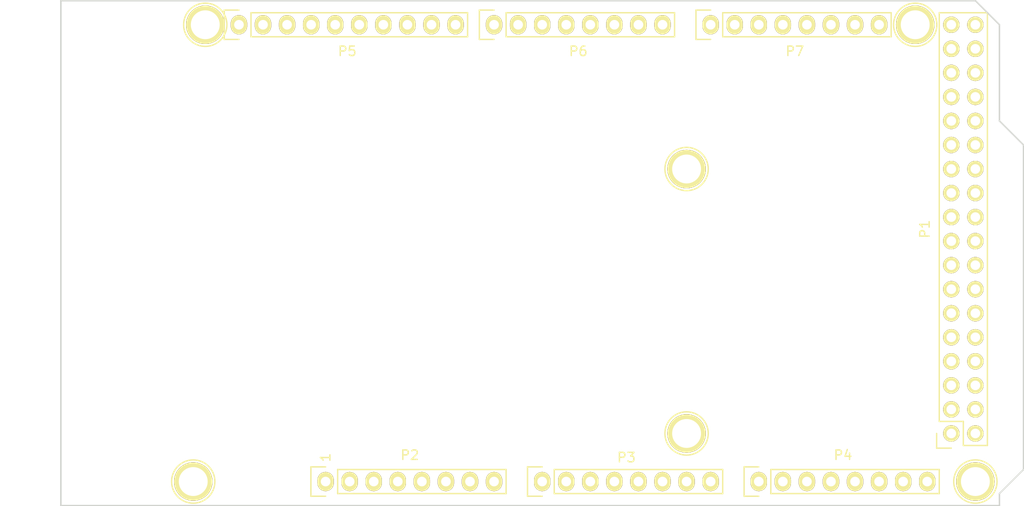
<source format=kicad_pcb>
(kicad_pcb (version 20221018) (generator pcbnew)
  (title_block (date "mar. 31 mars 2015"))
  (layers (0 "F.Cu" signal) (31 "B.Cu" signal) (34 "B.Paste" user) (35 "F.Paste" user) (36 "B.SilkS" user "B.Silkscreen") (37 "F.SilkS" user "F.Silkscreen") (38 "B.Mask" user) (39 "F.Mask" user) (44 "Edge.Cuts" user))
  (net 0 "")
  (net 1 "GND")
  (net 2 "/52(SCK)")
  (net 3 "/53(SS)")
  (net 4 "/50(MISO)")
  (net 5 "/51(MOSI)")
  (net 6 "/48")
  (net 7 "/49")
  (net 8 "/46")
  (net 9 "/47")
  (net 10 "/44")
  (net 11 "/45")
  (net 12 "/42")
  (net 13 "/43")
  (net 14 "/40")
  (net 15 "/41")
  (net 16 "/38")
  (net 17 "/39")
  (net 18 "/36")
  (net 19 "/37")
  (net 20 "/34")
  (net 21 "/35")
  (net 22 "/32")
  (net 23 "/33")
  (net 24 "/30")
  (net 25 "/31")
  (net 26 "/28")
  (net 27 "/29")
  (net 28 "/26")
  (net 29 "/27")
  (net 30 "/24")
  (net 31 "/25")
  (net 32 "/22")
  (net 33 "/23")
  (net 34 "+5V")
  (net 35 "/IOREF")
  (net 36 "/Reset")
  (net 37 "/Vin")
  (net 38 "/A0")
  (net 39 "/A1")
  (net 40 "/A2")
  (net 41 "/A3")
  (net 42 "/A4")
  (net 43 "/A5")
  (net 44 "/A6")
  (net 45 "/A7")
  (net 46 "/A8")
  (net 47 "/A9")
  (net 48 "/A10")
  (net 49 "/A11")
  (net 50 "/A12")
  (net 51 "/A13")
  (net 52 "/A14")
  (net 53 "/A15")
  (net 54 "/SCL")
  (net 55 "/SDA")
  (net 56 "/AREF")
  (net 57 "/13(**)")
  (net 58 "/12(**)")
  (net 59 "/11(**)")
  (net 60 "/10(**)")
  (net 61 "/9(**)")
  (net 62 "/8(**)")
  (net 63 "/7(**)")
  (net 64 "/6(**)")
  (net 65 "/5(**)")
  (net 66 "/4(**)")
  (net 67 "/3(**)")
  (net 68 "/2(**)")
  (net 69 "/20(SDA)")
  (net 70 "/21(SCL)")
  (net 71 "Net-(P8-Pad1)")
  (net 72 "Net-(P9-Pad1)")
  (net 73 "Net-(P10-Pad1)")
  (net 74 "Net-(P11-Pad1)")
  (net 75 "Net-(P12-Pad1)")
  (net 76 "Net-(P13-Pad1)")
  (net 77 "Net-(P2-Pad1)")
  (net 78 "+3V3")
  (net 79 "/1(Tx0)")
  (net 80 "/0(Rx0)")
  (net 81 "/14(Tx3)")
  (net 82 "/15(Rx3)")
  (net 83 "/16(Tx2)")
  (net 84 "/17(Rx2)")
  (net 85 "/18(Tx1)")
  (net 86 "/19(Rx1)")
  (footprint "Socket_Arduino_Mega:Socket_Strip_Arduino_2x18" (layer "F.Cu") (at 197.358 114.046 90)
    (fp_text reference "P1" (at 21.59 -2.794 90) (layer "F.SilkS"))
    (fp_text value "Digital")
    (fp_line (start -1.55 -1.55) (end -1.55 0) (stroke (width 0.15)) (layer "F.SilkS"))
    (fp_line (start -1.27 1.27) (end 1.27 1.27) (stroke (width 0.15)) (layer "F.SilkS"))
    (fp_line (start -1.27 3.81) (end -1.27 1.27) (stroke (width 0.15)) (layer "F.SilkS"))
    (fp_line (start -1.27 3.81) (end 44.45 3.81) (stroke (width 0.15)) (layer "F.SilkS"))
    (fp_line (start 0 -1.55) (end -1.55 -1.55) (stroke (width 0.15)) (layer "F.SilkS"))
    (fp_line (start 1.27 1.27) (end 1.27 -1.27) (stroke (width 0.15)) (layer "F.SilkS"))
    (fp_line (start 44.45 -1.27) (end 1.27 -1.27) (stroke (width 0.15)) (layer "F.SilkS"))
    (fp_line (start 44.45 3.81) (end 44.45 -1.27) (stroke (width 0.15)) (layer "F.SilkS"))
    (pad "1" thru_hole circle locked (at 0 0 90) (size 1.7272 1.7272) (drill 1.016) (layers "*.Cu" "*.Mask" "F.SilkS") (net 1 "GND"))
    (pad "2" thru_hole oval locked (at 0 2.54 90) (size 1.7272 1.7272) (drill 1.016) (layers "*.Cu" "*.Mask" "F.SilkS") (net 1 "GND"))
    (pad "3" thru_hole oval locked (at 2.54 0 90) (size 1.7272 1.7272) (drill 1.016) (layers "*.Cu" "*.Mask" "F.SilkS") (net 2 "/52(SCK)"))
    (pad "4" thru_hole oval locked (at 2.54 2.54 90) (size 1.7272 1.7272) (drill 1.016) (layers "*.Cu" "*.Mask" "F.SilkS") (net 3 "/53(SS)"))
    (pad "5" thru_hole oval locked (at 5.08 0 90) (size 1.7272 1.7272) (drill 1.016) (layers "*.Cu" "*.Mask" "F.SilkS") (net 4 "/50(MISO)"))
    (pad "6" thru_hole oval locked (at 5.08 2.54 90) (size 1.7272 1.7272) (drill 1.016) (layers "*.Cu" "*.Mask" "F.SilkS") (net 5 "/51(MOSI)"))
    (pad "7" thru_hole oval locked (at 7.62 0 90) (size 1.7272 1.7272) (drill 1.016) (layers "*.Cu" "*.Mask" "F.SilkS") (net 6 "/48"))
    (pad "8" thru_hole oval locked (at 7.62 2.54 90) (size 1.7272 1.7272) (drill 1.016) (layers "*.Cu" "*.Mask" "F.SilkS") (net 7 "/49"))
    (pad "9" thru_hole oval locked (at 10.16 0 90) (size 1.7272 1.7272) (drill 1.016) (layers "*.Cu" "*.Mask" "F.SilkS") (net 8 "/46"))
    (pad "10" thru_hole oval locked (at 10.16 2.54 90) (size 1.7272 1.7272) (drill 1.016) (layers "*.Cu" "*.Mask" "F.SilkS") (net 9 "/47"))
    (pad "11" thru_hole oval locked (at 12.7 0 90) (size 1.7272 1.7272) (drill 1.016) (layers "*.Cu" "*.Mask" "F.SilkS") (net 10 "/44"))
    (pad "12" thru_hole oval locked (at 12.7 2.54 90) (size 1.7272 1.7272) (drill 1.016) (layers "*.Cu" "*.Mask" "F.SilkS") (net 11 "/45"))
    (pad "13" thru_hole oval locked (at 15.24 0 90) (size 1.7272 1.7272) (drill 1.016) (layers "*.Cu" "*.Mask" "F.SilkS") (net 12 "/42"))
    (pad "14" thru_hole oval locked (at 15.24 2.54 90) (size 1.7272 1.7272) (drill 1.016) (layers "*.Cu" "*.Mask" "F.SilkS") (net 13 "/43"))
    (pad "15" thru_hole oval locked (at 17.78 0 90) (size 1.7272 1.7272) (drill 1.016) (layers "*.Cu" "*.Mask" "F.SilkS") (net 14 "/40"))
    (pad "16" thru_hole oval locked (at 17.78 2.54 90) (size 1.7272 1.7272) (drill 1.016) (layers "*.Cu" "*.Mask" "F.SilkS") (net 15 "/41"))
    (pad "17" thru_hole oval locked (at 20.32 0 90) (size 1.7272 1.7272) (drill 1.016) (layers "*.Cu" "*.Mask" "F.SilkS") (net 16 "/38"))
    (pad "18" thru_hole oval locked (at 20.32 2.54 90) (size 1.7272 1.7272) (drill 1.016) (layers "*.Cu" "*.Mask" "F.SilkS") (net 17 "/39"))
    (pad "19" thru_hole oval locked (at 22.86 0 90) (size 1.7272 1.7272) (drill 1.016) (layers "*.Cu" "*.Mask" "F.SilkS") (net 18 "/36"))
    (pad "20" thru_hole oval locked (at 22.86 2.54 90) (size 1.7272 1.7272) (drill 1.016) (layers "*.Cu" "*.Mask" "F.SilkS") (net 19 "/37"))
    (pad "21" thru_hole oval locked (at 25.4 0 90) (size 1.7272 1.7272) (drill 1.016) (layers "*.Cu" "*.Mask" "F.SilkS") (net 20 "/34"))
    (pad "22" thru_hole oval locked (at 25.4 2.54 90) (size 1.7272 1.7272) (drill 1.016) (layers "*.Cu" "*.Mask" "F.SilkS") (net 21 "/35"))
    (pad "23" thru_hole oval locked (at 27.94 0 90) (size 1.7272 1.7272) (drill 1.016) (layers "*.Cu" "*.Mask" "F.SilkS") (net 22 "/32"))
    (pad "24" thru_hole oval locked (at 27.94 2.54 90) (size 1.7272 1.7272) (drill 1.016) (layers "*.Cu" "*.Mask" "F.SilkS") (net 23 "/33"))
    (pad "25" thru_hole oval locked (at 30.48 0 90) (size 1.7272 1.7272) (drill 1.016) (layers "*.Cu" "*.Mask" "F.SilkS") (net 24 "/30"))
    (pad "26" thru_hole oval locked (at 30.48 2.54 90) (size 1.7272 1.7272) (drill 1.016) (layers "*.Cu" "*.Mask" "F.SilkS") (net 25 "/31"))
    (pad "27" thru_hole oval locked (at 33.02 0 90) (size 1.7272 1.7272) (drill 1.016) (layers "*.Cu" "*.Mask" "F.SilkS") (net 26 "/28"))
    (pad "28" thru_hole oval locked (at 33.02 2.54 90) (size 1.7272 1.7272) (drill 1.016) (layers "*.Cu" "*.Mask" "F.SilkS") (net 27 "/29"))
    (pad "29" thru_hole oval locked (at 35.56 0 90) (size 1.7272 1.7272) (drill 1.016) (layers "*.Cu" "*.Mask" "F.SilkS") (net 28 "/26"))
    (pad "30" thru_hole oval locked (at 35.56 2.54 90) (size 1.7272 1.7272) (drill 1.016) (layers "*.Cu" "*.Mask" "F.SilkS") (net 29 "/27"))
    (pad "31" thru_hole oval locked (at 38.1 0 90) (size 1.7272 1.7272) (drill 1.016) (layers "*.Cu" "*.Mask" "F.SilkS") (net 30 "/24"))
    (pad "32" thru_hole oval locked (at 38.1 2.54 90) (size 1.7272 1.7272) (drill 1.016) (layers "*.Cu" "*.Mask" "F.SilkS") (net 31 "/25"))
    (pad "33" thru_hole oval locked (at 40.64 0 90) (size 1.7272 1.7272) (drill 1.016) (layers "*.Cu" "*.Mask" "F.SilkS") (net 32 "/22"))
    (pad "34" thru_hole oval locked (at 40.64 2.54 90) (size 1.7272 1.7272) (drill 1.016) (layers "*.Cu" "*.Mask" "F.SilkS") (net 33 "/23"))
    (pad "35" thru_hole oval locked (at 43.18 0 90) (size 1.7272 1.7272) (drill 1.016) (layers "*.Cu" "*.Mask" "F.SilkS") (net 34 "+5V"))
    (pad "36" thru_hole oval locked (at 43.18 2.54 90) (size 1.7272 1.7272) (drill 1.016) (layers "*.Cu" "*.Mask" "F.SilkS") (net 34 "+5V"))
  )
  (footprint "Socket_Arduino_Mega:Socket_Strip_Arduino_1x08" (layer "F.Cu") (at 131.318 119.126)
    (fp_text reference "P2" (at 8.89 -2.794) (layer "F.SilkS"))
    (fp_text value "Power")
    (fp_line (start -1.55 -1.55) (end -1.55 1.55) (stroke (width 0.15)) (layer "F.SilkS"))
    (fp_line (start -1.55 1.55) (end 0 1.55) (stroke (width 0.15)) (layer "F.SilkS"))
    (fp_line (start 0 -1.55) (end -1.55 -1.55) (stroke (width 0.15)) (layer "F.SilkS"))
    (fp_line (start 1.27 1.27) (end 1.27 -1.27) (stroke (width 0.15)) (layer "F.SilkS"))
    (fp_line (start 1.27 1.27) (end 19.05 1.27) (stroke (width 0.15)) (layer "F.SilkS"))
    (fp_line (start 19.05 -1.27) (end 1.27 -1.27) (stroke (width 0.15)) (layer "F.SilkS"))
    (fp_line (start 19.05 1.27) (end 19.05 -1.27) (stroke (width 0.15)) (layer "F.SilkS"))
    (pad "1" thru_hole oval locked (at 0 0) (size 1.7272 2.032) (drill 1.016) (layers "*.Cu" "*.Mask" "F.SilkS") (net 77 "Net-(P2-Pad1)"))
    (pad "2" thru_hole oval locked (at 2.54 0) (size 1.7272 2.032) (drill 1.016) (layers "*.Cu" "*.Mask" "F.SilkS") (net 35 "/IOREF"))
    (pad "3" thru_hole oval locked (at 5.08 0) (size 1.7272 2.032) (drill 1.016) (layers "*.Cu" "*.Mask" "F.SilkS") (net 36 "/Reset"))
    (pad "4" thru_hole oval locked (at 7.62 0) (size 1.7272 2.032) (drill 1.016) (layers "*.Cu" "*.Mask" "F.SilkS") (net 78 "+3V3"))
    (pad "5" thru_hole oval locked (at 10.16 0) (size 1.7272 2.032) (drill 1.016) (layers "*.Cu" "*.Mask" "F.SilkS") (net 34 "+5V"))
    (pad "6" thru_hole oval locked (at 12.7 0) (size 1.7272 2.032) (drill 1.016) (layers "*.Cu" "*.Mask" "F.SilkS") (net 1 "GND"))
    (pad "7" thru_hole oval locked (at 15.24 0) (size 1.7272 2.032) (drill 1.016) (layers "*.Cu" "*.Mask" "F.SilkS") (net 1 "GND"))
    (pad "8" thru_hole oval locked (at 17.78 0) (size 1.7272 2.032) (drill 1.016) (layers "*.Cu" "*.Mask" "F.SilkS") (net 37 "/Vin"))
  )
  (footprint "Socket_Arduino_Mega:Socket_Strip_Arduino_1x08" (layer "F.Cu") (at 154.178 119.126)
    (fp_text reference "P3" (at 8.89 -2.54) (layer "F.SilkS"))
    (fp_text value "Analog")
    (fp_line (start -1.55 -1.55) (end -1.55 1.55) (stroke (width 0.15)) (layer "F.SilkS"))
    (fp_line (start -1.55 1.55) (end 0 1.55) (stroke (width 0.15)) (layer "F.SilkS"))
    (fp_line (start 0 -1.55) (end -1.55 -1.55) (stroke (width 0.15)) (layer "F.SilkS"))
    (fp_line (start 1.27 1.27) (end 1.27 -1.27) (stroke (width 0.15)) (layer "F.SilkS"))
    (fp_line (start 1.27 1.27) (end 19.05 1.27) (stroke (width 0.15)) (layer "F.SilkS"))
    (fp_line (start 19.05 -1.27) (end 1.27 -1.27) (stroke (width 0.15)) (layer "F.SilkS"))
    (fp_line (start 19.05 1.27) (end 19.05 -1.27) (stroke (width 0.15)) (layer "F.SilkS"))
    (pad "1" thru_hole oval locked (at 0 0) (size 1.7272 2.032) (drill 1.016) (layers "*.Cu" "*.Mask" "F.SilkS") (net 38 "/A0"))
    (pad "2" thru_hole oval locked (at 2.54 0) (size 1.7272 2.032) (drill 1.016) (layers "*.Cu" "*.Mask" "F.SilkS") (net 39 "/A1"))
    (pad "3" thru_hole oval locked (at 5.08 0) (size 1.7272 2.032) (drill 1.016) (layers "*.Cu" "*.Mask" "F.SilkS") (net 40 "/A2"))
    (pad "4" thru_hole oval locked (at 7.62 0) (size 1.7272 2.032) (drill 1.016) (layers "*.Cu" "*.Mask" "F.SilkS") (net 41 "/A3"))
    (pad "5" thru_hole oval locked (at 10.16 0) (size 1.7272 2.032) (drill 1.016) (layers "*.Cu" "*.Mask" "F.SilkS") (net 42 "/A4"))
    (pad "6" thru_hole oval locked (at 12.7 0) (size 1.7272 2.032) (drill 1.016) (layers "*.Cu" "*.Mask" "F.SilkS") (net 43 "/A5"))
    (pad "7" thru_hole oval locked (at 15.24 0) (size 1.7272 2.032) (drill 1.016) (layers "*.Cu" "*.Mask" "F.SilkS") (net 44 "/A6"))
    (pad "8" thru_hole oval locked (at 17.78 0) (size 1.7272 2.032) (drill 1.016) (layers "*.Cu" "*.Mask" "F.SilkS") (net 45 "/A7"))
  )
  (footprint "Socket_Arduino_Mega:Socket_Strip_Arduino_1x08" (layer "F.Cu") (at 177.038 119.126)
    (fp_text reference "P4" (at 8.89 -2.794) (layer "F.SilkS"))
    (fp_text value "Analog")
    (fp_line (start -1.55 -1.55) (end -1.55 1.55) (stroke (width 0.15)) (layer "F.SilkS"))
    (fp_line (start -1.55 1.55) (end 0 1.55) (stroke (width 0.15)) (layer "F.SilkS"))
    (fp_line (start 0 -1.55) (end -1.55 -1.55) (stroke (width 0.15)) (layer "F.SilkS"))
    (fp_line (start 1.27 1.27) (end 1.27 -1.27) (stroke (width 0.15)) (layer "F.SilkS"))
    (fp_line (start 1.27 1.27) (end 19.05 1.27) (stroke (width 0.15)) (layer "F.SilkS"))
    (fp_line (start 19.05 -1.27) (end 1.27 -1.27) (stroke (width 0.15)) (layer "F.SilkS"))
    (fp_line (start 19.05 1.27) (end 19.05 -1.27) (stroke (width 0.15)) (layer "F.SilkS"))
    (pad "1" thru_hole oval locked (at 0 0) (size 1.7272 2.032) (drill 1.016) (layers "*.Cu" "*.Mask" "F.SilkS") (net 46 "/A8"))
    (pad "2" thru_hole oval locked (at 2.54 0) (size 1.7272 2.032) (drill 1.016) (layers "*.Cu" "*.Mask" "F.SilkS") (net 47 "/A9"))
    (pad "3" thru_hole oval locked (at 5.08 0) (size 1.7272 2.032) (drill 1.016) (layers "*.Cu" "*.Mask" "F.SilkS") (net 48 "/A10"))
    (pad "4" thru_hole oval locked (at 7.62 0) (size 1.7272 2.032) (drill 1.016) (layers "*.Cu" "*.Mask" "F.SilkS") (net 49 "/A11"))
    (pad "5" thru_hole oval locked (at 10.16 0) (size 1.7272 2.032) (drill 1.016) (layers "*.Cu" "*.Mask" "F.SilkS") (net 50 "/A12"))
    (pad "6" thru_hole oval locked (at 12.7 0) (size 1.7272 2.032) (drill 1.016) (layers "*.Cu" "*.Mask" "F.SilkS") (net 51 "/A13"))
    (pad "7" thru_hole oval locked (at 15.24 0) (size 1.7272 2.032) (drill 1.016) (layers "*.Cu" "*.Mask" "F.SilkS") (net 52 "/A14"))
    (pad "8" thru_hole oval locked (at 17.78 0) (size 1.7272 2.032) (drill 1.016) (layers "*.Cu" "*.Mask" "F.SilkS") (net 53 "/A15"))
  )
  (footprint "Socket_Arduino_Mega:Socket_Strip_Arduino_1x10" (layer "F.Cu") (at 122.174 70.866)
    (fp_text reference "P5" (at 11.43 2.794) (layer "F.SilkS"))
    (fp_text value "PWM")
    (fp_line (start -1.55 -1.55) (end -1.55 1.55) (stroke (width 0.15)) (layer "F.SilkS"))
    (fp_line (start -1.55 1.55) (end 0 1.55) (stroke (width 0.15)) (layer "F.SilkS"))
    (fp_line (start 0 -1.55) (end -1.55 -1.55) (stroke (width 0.15)) (layer "F.SilkS"))
    (fp_line (start 1.27 1.27) (end 1.27 -1.27) (stroke (width 0.15)) (layer "F.SilkS"))
    (fp_line (start 1.27 1.27) (end 24.13 1.27) (stroke (width 0.15)) (layer "F.SilkS"))
    (fp_line (start 24.13 -1.27) (end 1.27 -1.27) (stroke (width 0.15)) (layer "F.SilkS"))
    (fp_line (start 24.13 1.27) (end 24.13 -1.27) (stroke (width 0.15)) (layer "F.SilkS"))
    (pad "1" thru_hole oval locked (at 0 0) (size 1.7272 2.032) (drill 1.016) (layers "*.Cu" "*.Mask" "F.SilkS") (net 54 "/SCL"))
    (pad "2" thru_hole oval locked (at 2.54 0) (size 1.7272 2.032) (drill 1.016) (layers "*.Cu" "*.Mask" "F.SilkS") (net 55 "/SDA"))
    (pad "3" thru_hole oval locked (at 5.08 0) (size 1.7272 2.032) (drill 1.016) (layers "*.Cu" "*.Mask" "F.SilkS") (net 56 "/AREF"))
    (pad "4" thru_hole oval locked (at 7.62 0) (size 1.7272 2.032) (drill 1.016) (layers "*.Cu" "*.Mask" "F.SilkS") (net 1 "GND"))
    (pad "5" thru_hole oval locked (at 10.16 0) (size 1.7272 2.032) (drill 1.016) (layers "*.Cu" "*.Mask" "F.SilkS") (net 57 "/13(**)"))
    (pad "6" thru_hole oval locked (at 12.7 0) (size 1.7272 2.032) (drill 1.016) (layers "*.Cu" "*.Mask" "F.SilkS") (net 58 "/12(**)"))
    (pad "7" thru_hole oval locked (at 15.24 0) (size 1.7272 2.032) (drill 1.016) (layers "*.Cu" "*.Mask" "F.SilkS") (net 59 "/11(**)"))
    (pad "8" thru_hole oval locked (at 17.78 0) (size 1.7272 2.032) (drill 1.016) (layers "*.Cu" "*.Mask" "F.SilkS") (net 60 "/10(**)"))
    (pad "9" thru_hole oval locked (at 20.32 0) (size 1.7272 2.032) (drill 1.016) (layers "*.Cu" "*.Mask" "F.SilkS") (net 61 "/9(**)"))
    (pad "10" thru_hole oval locked (at 22.86 0) (size 1.7272 2.032) (drill 1.016) (layers "*.Cu" "*.Mask" "F.SilkS") (net 62 "/8(**)"))
  )
  (footprint "Socket_Arduino_Mega:Socket_Strip_Arduino_1x08" (layer "F.Cu") (at 149.098 70.866)
    (fp_text reference "P6" (at 8.89 2.794) (layer "F.SilkS"))
    (fp_text value "PWM")
    (fp_line (start -1.55 -1.55) (end -1.55 1.55) (stroke (width 0.15)) (layer "F.SilkS"))
    (fp_line (start -1.55 1.55) (end 0 1.55) (stroke (width 0.15)) (layer "F.SilkS"))
    (fp_line (start 0 -1.55) (end -1.55 -1.55) (stroke (width 0.15)) (layer "F.SilkS"))
    (fp_line (start 1.27 1.27) (end 1.27 -1.27) (stroke (width 0.15)) (layer "F.SilkS"))
    (fp_line (start 1.27 1.27) (end 19.05 1.27) (stroke (width 0.15)) (layer "F.SilkS"))
    (fp_line (start 19.05 -1.27) (end 1.27 -1.27) (stroke (width 0.15)) (layer "F.SilkS"))
    (fp_line (start 19.05 1.27) (end 19.05 -1.27) (stroke (width 0.15)) (layer "F.SilkS"))
    (pad "1" thru_hole oval locked (at 0 0) (size 1.7272 2.032) (drill 1.016) (layers "*.Cu" "*.Mask" "F.SilkS") (net 63 "/7(**)"))
    (pad "2" thru_hole oval locked (at 2.54 0) (size 1.7272 2.032) (drill 1.016) (layers "*.Cu" "*.Mask" "F.SilkS") (net 64 "/6(**)"))
    (pad "3" thru_hole oval locked (at 5.08 0) (size 1.7272 2.032) (drill 1.016) (layers "*.Cu" "*.Mask" "F.SilkS") (net 65 "/5(**)"))
    (pad "4" thru_hole oval locked (at 7.62 0) (size 1.7272 2.032) (drill 1.016) (layers "*.Cu" "*.Mask" "F.SilkS") (net 66 "/4(**)"))
    (pad "5" thru_hole oval locked (at 10.16 0) (size 1.7272 2.032) (drill 1.016) (layers "*.Cu" "*.Mask" "F.SilkS") (net 67 "/3(**)"))
    (pad "6" thru_hole oval locked (at 12.7 0) (size 1.7272 2.032) (drill 1.016) (layers "*.Cu" "*.Mask" "F.SilkS") (net 68 "/2(**)"))
    (pad "7" thru_hole oval locked (at 15.24 0) (size 1.7272 2.032) (drill 1.016) (layers "*.Cu" "*.Mask" "F.SilkS") (net 79 "/1(Tx0)"))
    (pad "8" thru_hole oval locked (at 17.78 0) (size 1.7272 2.032) (drill 1.016) (layers "*.Cu" "*.Mask" "F.SilkS") (net 80 "/0(Rx0)"))
  )
  (footprint "Socket_Arduino_Mega:Socket_Strip_Arduino_1x08" (layer "F.Cu") (at 171.958 70.866)
    (fp_text reference "P7" (at 8.89 2.794) (layer "F.SilkS"))
    (fp_text value "Communication")
    (fp_line (start -1.55 -1.55) (end -1.55 1.55) (stroke (width 0.15)) (layer "F.SilkS"))
    (fp_line (start -1.55 1.55) (end 0 1.55) (stroke (width 0.15)) (layer "F.SilkS"))
    (fp_line (start 0 -1.55) (end -1.55 -1.55) (stroke (width 0.15)) (layer "F.SilkS"))
    (fp_line (start 1.27 1.27) (end 1.27 -1.27) (stroke (width 0.15)) (layer "F.SilkS"))
    (fp_line (start 1.27 1.27) (end 19.05 1.27) (stroke (width 0.15)) (layer "F.SilkS"))
    (fp_line (start 19.05 -1.27) (end 1.27 -1.27) (stroke (width 0.15)) (layer "F.SilkS"))
    (fp_line (start 19.05 1.27) (end 19.05 -1.27) (stroke (width 0.15)) (layer "F.SilkS"))
    (pad "1" thru_hole oval locked (at 0 0) (size 1.7272 2.032) (drill 1.016) (layers "*.Cu" "*.Mask" "F.SilkS") (net 81 "/14(Tx3)"))
    (pad "2" thru_hole oval locked (at 2.54 0) (size 1.7272 2.032) (drill 1.016) (layers "*.Cu" "*.Mask" "F.SilkS") (net 82 "/15(Rx3)"))
    (pad "3" thru_hole oval locked (at 5.08 0) (size 1.7272 2.032) (drill 1.016) (layers "*.Cu" "*.Mask" "F.SilkS") (net 83 "/16(Tx2)"))
    (pad "4" thru_hole oval locked (at 7.62 0) (size 1.7272 2.032) (drill 1.016) (layers "*.Cu" "*.Mask" "F.SilkS") (net 84 "/17(Rx2)"))
    (pad "5" thru_hole oval locked (at 10.16 0) (size 1.7272 2.032) (drill 1.016) (layers "*.Cu" "*.Mask" "F.SilkS") (net 85 "/18(Tx1)"))
    (pad "6" thru_hole oval locked (at 12.7 0) (size 1.7272 2.032) (drill 1.016) (layers "*.Cu" "*.Mask" "F.SilkS") (net 86 "/19(Rx1)"))
    (pad "7" thru_hole oval locked (at 15.24 0) (size 1.7272 2.032) (drill 1.016) (layers "*.Cu" "*.Mask" "F.SilkS") (net 69 "/20(SDA)"))
    (pad "8" thru_hole oval locked (at 17.78 0) (size 1.7272 2.032) (drill 1.016) (layers "*.Cu" "*.Mask" "F.SilkS") (net 70 "/21(SCL)"))
  )
  (footprint "Socket_Arduino_Mega:Arduino_1pin" (layer "F.Cu") (at 117.348 119.126)
    (fp_text reference "P8" hide)
    (fp_text value "CONN_01X01" hide)
    (fp_circle (center 0 0) (end 0 -2.286) (stroke (width 0.15)) (fill none) (layer "F.SilkS"))
    (pad "1" thru_hole circle locked (at 0 0) (size 4.064 4.064) (drill 3.048) (layers "*.Cu" "*.Mask" "F.SilkS") (net 71 "Net-(P8-Pad1)"))
  )
  (footprint "Socket_Arduino_Mega:Arduino_1pin" (layer "F.Cu") (at 169.418 114.046)
    (fp_text reference "P9" hide)
    (fp_text value "CONN_01X01" hide)
    (fp_circle (center 0 0) (end 0 -2.286) (stroke (width 0.15)) (fill none) (layer "F.SilkS"))
    (pad "1" thru_hole circle locked (at 0 0) (size 4.064 4.064) (drill 3.048) (layers "*.Cu" "*.Mask" "F.SilkS") (net 72 "Net-(P9-Pad1)"))
  )
  (footprint "Socket_Arduino_Mega:Arduino_1pin" (layer "F.Cu") (at 199.898 119.126)
    (fp_text reference "P10" hide)
    (fp_text value "CONN_01X01" hide)
    (fp_circle (center 0 0) (end 0 -2.286) (stroke (width 0.15)) (fill none) (layer "F.SilkS"))
    (pad "1" thru_hole circle locked (at 0 0) (size 4.064 4.064) (drill 3.048) (layers "*.Cu" "*.Mask" "F.SilkS") (net 73 "Net-(P10-Pad1)"))
  )
  (footprint "Socket_Arduino_Mega:Arduino_1pin" (layer "F.Cu") (at 118.618 70.866)
    (fp_text reference "P11" hide)
    (fp_text value "CONN_01X01" hide)
    (fp_circle (center 0 0) (end 0 -2.286) (stroke (width 0.15)) (fill none) (layer "F.SilkS"))
    (pad "1" thru_hole circle locked (at 0 0) (size 4.064 4.064) (drill 3.048) (layers "*.Cu" "*.Mask" "F.SilkS") (net 74 "Net-(P11-Pad1)"))
  )
  (footprint "Socket_Arduino_Mega:Arduino_1pin" (layer "F.Cu") (at 169.418 86.106)
    (fp_text reference "P12" hide)
    (fp_text value "CONN_01X01" hide)
    (fp_circle (center 0 0) (end 0 -2.286) (stroke (width 0.15)) (fill none) (layer "F.SilkS"))
    (pad "1" thru_hole circle locked (at 0 0) (size 4.064 4.064) (drill 3.048) (layers "*.Cu" "*.Mask" "F.SilkS") (net 75 "Net-(P12-Pad1)"))
  )
  (footprint "Socket_Arduino_Mega:Arduino_1pin" (layer "F.Cu") (at 193.548 70.866)
    (fp_text reference "P13" hide)
    (fp_text value "CONN_01X01" hide)
    (fp_circle (center 0 0) (end 0 -2.286) (stroke (width 0.15)) (fill none) (layer "F.SilkS"))
    (pad "1" thru_hole circle locked (at 0 0) (size 4.064 4.064) (drill 3.048) (layers "*.Cu" "*.Mask" "F.SilkS") (net 76 "Net-(P13-Pad1)"))
  )
  (gr_line (start 202.438 81.026) (end 204.978 83.566) (stroke (width 0.15)) (layer "Edge.Cuts"))
  (gr_line (start 202.438 120.396) (end 202.438 121.666) (stroke (width 0.15)) (layer "Edge.Cuts"))
  (gr_line (start 202.438 121.666) (end 103.378 121.666) (stroke (width 0.15)) (layer "Edge.Cuts"))
  (gr_line (start 202.438 70.866) (end 202.438 81.026) (stroke (width 0.15)) (layer "Edge.Cuts"))
  (gr_line (start 103.378 121.666) (end 103.378 68.326) (stroke (width 0.15)) (layer "Edge.Cuts"))
  (gr_line (start 199.898 68.326) (end 202.438 70.866) (stroke (width 0.15)) (layer "Edge.Cuts"))
  (gr_line (start 103.378 68.326) (end 199.898 68.326) (stroke (width 0.15)) (layer "Edge.Cuts"))
  (gr_line (start 204.978 117.856) (end 202.438 120.396) (stroke (width 0.15)) (layer "Edge.Cuts"))
  (gr_line (start 204.978 83.566) (end 204.978 117.856) (stroke (width 0.15)) (layer "Edge.Cuts"))
  (gr_text "1" (at 131.318 116.586 90) (layer "F.SilkS") (effects (font (size 1 1))))
)
</source>
